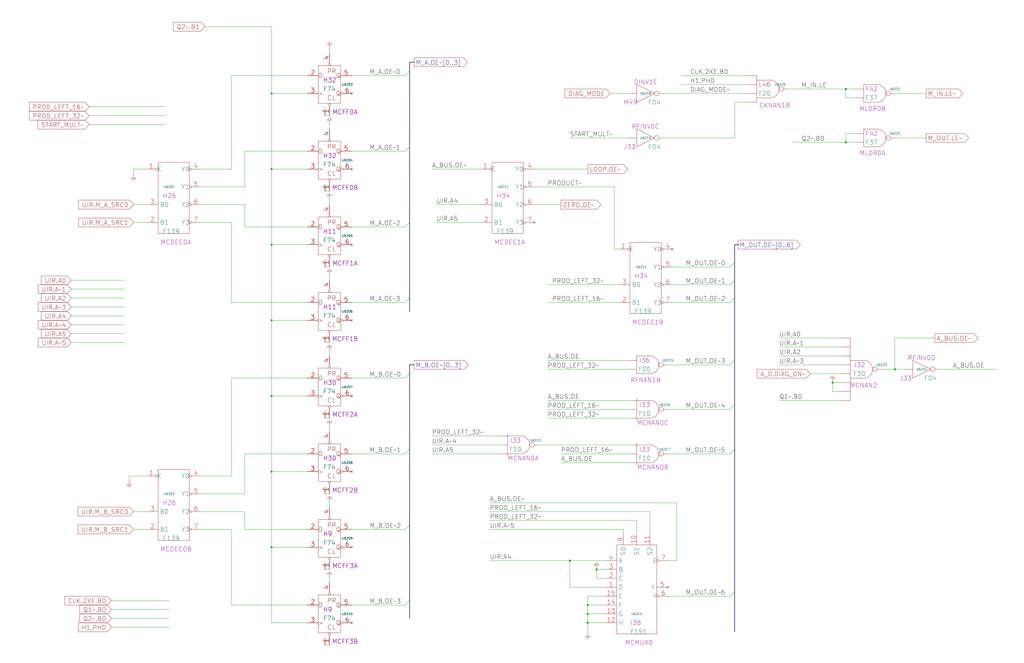
<source format=kicad_sch>
(kicad_sch (version 20211123) (generator eeschema)
  (paper "User" 584.2 378.46)
  (title_block (title "MULTIPLIER CONTROL") (date "22-MAR-90") (rev "1.0") (comment 1 "VALUE") (comment 2 "232-003063") (comment 3 "S400") (comment 4 "RELEASED"))
  (lib_symbols
    (symbol "r1000:F00" (pin_numbers hide) (pin_names hide)
      (property "Reference" "U" (at 15.24 0 0))
      (property "Value" "F00" (at 1.905 -5.08 0))
      (property "Location" "___" (at 1.905 0 0))
      (property "Name" "______" (at 2.54 -12.7 0))
      (symbol "F00_0_1"
        (polyline (pts (xy -2.54 -7.62) (xy 5.08 -7.62)) (stroke (width 0.1524)))
        (polyline (pts (xy -2.54 2.54) (xy -2.54 -7.62)) (stroke (width 0.1524)))
        (polyline (pts (xy -2.54 2.54) (xy 5.08 2.54)) (stroke (width 0.1524)))
        (arc (start 5.08 -7.62) (mid 10.1282 -2.54) (end 5.08 2.54) (stroke (width 0.1524)))
        (circle (center 11.43 -2.54) (radius 1.27) (stroke (width 0.1524)))
      )
      (symbol "F00_0_2"
        (circle (center -3.81 -5.08) (radius 1.27) (stroke (width 0.1524)))
        (circle (center -3.81 0) (radius 1.27) (stroke (width 0.1524)))
        (arc (start -3.175 -7.62) (mid -2.134 -2.54) (end -3.175 2.54) (stroke (width 0.1524)))
        (polyline (pts (xy -3.175 -7.62) (xy 3.81 -7.62)) (stroke (width 0.1524)))
        (polyline (pts (xy -3.175 2.54) (xy 3.81 2.54)) (stroke (width 0.1524)))
        (arc (start 3.81 -7.62) (mid 7.5855 -5.8306) (end 10.16 -2.54) (stroke (width 0.1524)))
        (arc (start 10.16 -2.54) (mid 7.5827 0.7471) (end 3.81 2.54) (stroke (width 0.1524)))
      )
      (symbol "F00_1_1"
        (pin input line (at -7.62 0 0) (length 5.08) (name "D0") (number "1"))
        (pin input line (at -7.62 -5.08 0) (length 5.08) (name "D1") (number "2"))
        (pin output line (at 15.24 -2.54 180) (length 2.54) (name "Q") (number "3"))
      )
      (symbol "F00_1_2"
        (pin input line (at -7.62 0 0) (length 2.54) (name "D0") (number "1"))
        (pin input line (at -7.62 -5.08 0) (length 2.54) (name "D1") (number "2"))
        (pin output line (at 15.24 -2.54 180) (length 5.08) (name "Q") (number "3"))
      )
    )
    (symbol "r1000:F04" (pin_numbers hide) (pin_names hide)
      (property "Reference" "U" (at 0 0 0))
      (property "Value" "F04" (at 1.27 -5.08 0))
      (property "Location" "___" (at -12.7 -5.08 0))
      (property "Name" "______" (at 0 5.08 0))
      (symbol "F04_0_1"
        (polyline (pts (xy -7.62 0) (xy -5.08 0)) (stroke (width 0.1524)))
        (polyline (pts (xy -5.08 5.08) (xy -5.08 -5.08)) (stroke (width 0.1524)))
        (polyline (pts (xy 5.08 0) (xy -5.08 -5.08)) (stroke (width 0.1524)))
        (polyline (pts (xy 5.08 0) (xy -5.08 5.08)) (stroke (width 0.1524)))
        (circle (center 6.35 0) (radius 1.27) (stroke (width 0.1524)))
      )
      (symbol "F04_1_1"
        (pin input line (at -10.16 0 0) (length 2.54) (name "D") (number "1"))
        (pin output line (at 10.16 0 180) (length 2.54) (name "Q") (number "2"))
      )
    )
    (symbol "r1000:F10" (pin_numbers hide) (pin_names hide)
      (property "Reference" "U" (at 13.335 0 0))
      (property "Value" "F10" (at 5.715 -5.08 0))
      (property "Location" "___" (at -1.27 0 0))
      (property "Name" "______" (at -2.54 -10.16 0))
      (symbol "F10_0_1"
        (polyline (pts (xy -2.54 -7.62) (xy 5.08 -7.62)) (stroke (width 0.1524)))
        (polyline (pts (xy -2.54 2.54) (xy 5.08 2.54)) (stroke (width 0.1524)))
        (polyline (pts (xy -2.54 3.81) (xy -2.54 -8.89)) (stroke (width 0.1524)))
        (arc (start 5.08 -7.62) (mid 10.1282 -2.54) (end 5.08 2.54) (stroke (width 0.1524)))
        (circle (center 11.43 -2.54) (radius 1.27) (stroke (width 0.1524)))
      )
      (symbol "F10_0_2"
        (circle (center -3.81 -7.62) (radius 1.27) (stroke (width 0.1524)))
        (circle (center -3.81 2.54) (radius 1.27) (stroke (width 0.1524)))
        (circle (center -3.175 -2.54) (radius 1.27) (stroke (width 0.1524)))
        (arc (start -2.54 -7.62) (mid -1.8195 -2.54) (end -2.54 2.54) (stroke (width 0.1524)))
        (polyline (pts (xy -4.445 -2.54) (xy -5.08 -2.54)) (stroke (width 0.1524)))
        (polyline (pts (xy -2.54 -7.62) (xy 5.08 -7.62)) (stroke (width 0.1524)))
        (polyline (pts (xy -2.54 2.54) (xy 5.08 2.54)) (stroke (width 0.1524)))
        (polyline (pts (xy 10.795 -2.54) (xy 12.7 -2.54)) (stroke (width 0.1524)))
        (arc (start 5.08 -7.62) (mid 8.4845 -5.6954) (end 10.795 -2.54) (stroke (width 0.1524)))
        (arc (start 10.795 -2.54) (mid 8.4807 0.6111) (end 5.08 2.54) (stroke (width 0.1524)))
      )
      (symbol "F10_1_1"
        (pin input line (at -5.08 2.54 0) (length 2.54) (name "D0") (number "1"))
        (pin input line (at -5.08 -2.54 0) (length 2.54) (name "D1") (number "2"))
        (pin input line (at -5.08 -7.62 0) (length 2.54) (name "D2") (number "3"))
        (pin output line (at 15.24 -2.54 180) (length 2.54) (name "Q") (number "4"))
      )
      (symbol "F10_1_2"
        (pin input line (at -5.08 2.54 0) (length 0) (name "D0") (number "1"))
        (pin input line (at -5.08 -2.54 0) (length 0) (name "D1") (number "2"))
        (pin input line (at -5.08 -7.62 0) (length 0) (name "D2") (number "3"))
        (pin output line (at 15.24 -2.54 180) (length 2.54) (name "Q") (number "4"))
      )
    )
    (symbol "r1000:F139" (pin_names (offset 1.016))
      (property "Reference" "U" (at 2.54 5.08 0))
      (property "Value" "F139" (at -1.27 -20.32 0))
      (property "Location" "___" (at -1.27 0 0))
      (property "Name" "______" (at 6.35 -27.94 0))
      (symbol "F139_1_1"
        (circle (center -4.445 15.24) (radius 0.635))
        (rectangle (start -3.81 19.05) (end 13.97 -21.59))
        (circle (center 14.605 -15.24) (radius 0.635))
        (circle (center 14.605 -5.08) (radius 0.635))
        (circle (center 14.605 5.08) (radius 0.635))
        (circle (center 14.605 15.24) (radius 0.635))
        (pin input line (at -10.16 15.24 0) (length 5.08) (name "E") (number "1"))
        (pin input line (at -10.16 -15.24 0) (length 6.35) (name "B1") (number "2"))
        (pin input line (at -10.16 -5.08 0) (length 6.35) (name "B0") (number "3"))
        (pin output line (at 20.32 15.24 180) (length 5.08) (name "Y0") (number "4"))
        (pin output line (at 20.32 5.08 180) (length 5.08) (name "Y1") (number "5"))
        (pin output line (at 20.32 -5.08 180) (length 5.08) (name "Y2") (number "6"))
        (pin output line (at 20.32 -15.24 180) (length 5.08) (name "Y3") (number "7"))
      )
    )
    (symbol "r1000:F151" (pin_names (offset 1.016))
      (property "Reference" "U" (at 2.54 5.08 0))
      (property "Value" "F151" (at -1.27 -5.08 0))
      (property "Location" "___" (at -1.27 0 0))
      (property "Name" "______" (at 3.81 -12.7 0))
      (symbol "F151_1_1"
        (rectangle (start -8.89 44.45) (end 13.97 -6.35))
        (circle (center 14.605 15.24) (radius 0.635))
        (circle (center 14.605 35.56) (radius 0.635))
        (pin input line (at -15.24 20.32 0) (length 6.35) (name "D") (number "1"))
        (pin input line (at 2.54 50.8 270) (length 6.35) (name "S1") (number "10"))
        (pin input line (at 10.16 50.8 270) (length 6.35) (name "S2") (number "11"))
        (pin input line (at -15.24 0 0) (length 6.35) (name "H") (number "12"))
        (pin input line (at -15.24 5.08 0) (length 6.35) (name "G") (number "13"))
        (pin input line (at -15.24 10.16 0) (length 6.35) (name "F") (number "14"))
        (pin input line (at -15.24 15.24 0) (length 6.35) (name "E") (number "15"))
        (pin input line (at -15.24 25.4 0) (length 6.35) (name "C") (number "2"))
        (pin input line (at -15.24 30.48 0) (length 6.35) (name "B") (number "3"))
        (pin input line (at -15.24 35.56 0) (length 6.35) (name "A") (number "4"))
        (pin output line (at 20.32 20.32 180) (length 6.35) (name "Y") (number "5"))
        (pin output line (at 20.32 15.24 180) (length 5.08) (name "Y") (number "6"))
        (pin input line (at 20.32 35.56 180) (length 5.08) (name "E") (number "7"))
        (pin input line (at -5.08 50.8 270) (length 6.35) (name "S0") (number "9"))
      )
    )
    (symbol "r1000:F20" (pin_numbers hide) (pin_names hide)
      (property "Reference" "U" (at 8.255 2.54 0))
      (property "Value" "F20" (at -0.635 -2.54 0))
      (property "Location" "___" (at -0.635 2.54 0))
      (property "Name" "______" (at 5.08 -10.795 0))
      (symbol "F20_0_1"
        (polyline (pts (xy -5.08 -5.08) (xy -5.08 -7.62)) (stroke (width 0.1524)))
        (polyline (pts (xy -5.08 5.08) (xy -5.08 -5.08)) (stroke (width 0.1524)))
        (polyline (pts (xy -5.08 7.62) (xy -5.08 5.08)) (stroke (width 0.1524)))
        (polyline (pts (xy 2.54 -5.08) (xy -5.08 -5.08)) (stroke (width 0.1524)))
        (polyline (pts (xy 2.54 5.08) (xy -5.08 5.08)) (stroke (width 0.1524)))
        (arc (start 2.54 -5.08) (mid 7.5882 0) (end 2.54 5.08) (stroke (width 0.1524)))
        (circle (center 8.89 0) (radius 1.27) (stroke (width 0.1524)))
      )
      (symbol "F20_0_2"
        (circle (center -7.62 -7.62) (radius 1.27) (stroke (width 0.1524)))
        (circle (center -7.62 7.62) (radius 1.27) (stroke (width 0.1524)))
        (circle (center -6.985 -2.54) (radius 1.27) (stroke (width 0.1524)))
        (circle (center -6.985 2.54) (radius 1.27) (stroke (width 0.1524)))
        (arc (start -6.35 -7.62) (mid -5.3975 0) (end -6.35 7.62) (stroke (width 0.1524)))
        (polyline (pts (xy -5.715 -5.08) (xy 1.27 -5.08)) (stroke (width 0.1524)))
        (polyline (pts (xy -5.715 5.08) (xy 1.27 5.08)) (stroke (width 0.1524)))
        (arc (start 1.27 -5.08) (mid 5.0518 -3.2985) (end 7.62 0) (stroke (width 0.1524)))
        (arc (start 7.62 0) (mid 5.0518 3.2985) (end 1.27 5.08) (stroke (width 0.1524)))
      )
      (symbol "F20_1_1"
        (pin input line (at -10.16 7.62 0) (length 5.08) (name "D0") (number "1"))
        (pin input line (at -10.16 2.54 0) (length 5.08) (name "D1") (number "2"))
        (pin input line (at -10.16 -2.54 0) (length 5.08) (name "D2") (number "4"))
        (pin input line (at -10.16 -7.62 0) (length 5.08) (name "D3") (number "5"))
        (pin output line (at 12.7 0 180) (length 2.54) (name "Q") (number "6"))
      )
      (symbol "F20_1_2"
        (pin input line (at -10.16 7.62 0) (length 1.27) (name "D0") (number "1"))
        (pin input line (at -10.16 2.54 0) (length 1.905) (name "D1") (number "2"))
        (pin input line (at -10.16 -2.54 0) (length 1.905) (name "D2") (number "4"))
        (pin input line (at -10.16 -7.62 0) (length 1.27) (name "D3") (number "5"))
        (pin output line (at 12.7 0 180) (length 5.08) (name "Q") (number "6"))
      )
    )
    (symbol "r1000:F30" (pin_numbers hide) (pin_names hide)
      (property "Reference" "U" (at 15.24 2.54 0))
      (property "Value" "F30" (at 2.54 -2.54 0))
      (property "Location" "___" (at 2.54 2.54 0))
      (property "Name" "______" (at 5.08 -10.62 0))
      (symbol "F30_0_0"
        (polyline (pts (xy -2.54 -5.08) (xy 5.08 -5.08)) (stroke (width 0.1524)))
        (polyline (pts (xy -2.54 5.08) (xy 5.08 5.08)) (stroke (width 0.1524)))
        (arc (start 5.08 -5.08) (mid 8.6721 -3.5921) (end 10.16 0) (stroke (width 0.1524)))
        (arc (start 10.16 0) (mid 8.6721 3.5921) (end 5.08 5.08) (stroke (width 0.1524)))
        (circle (center 11.43 0) (radius 1.27) (stroke (width 0.1524)))
      )
      (symbol "F30_0_1"
        (polyline (pts (xy -2.54 -7.62) (xy -2.54 -17.78)) (stroke (width 0.1524)))
        (polyline (pts (xy -2.54 -5.08) (xy -2.54 -7.62)) (stroke (width 0.1524)))
        (polyline (pts (xy -2.54 5.08) (xy -2.54 -5.08)) (stroke (width 0.1524)))
        (polyline (pts (xy -2.54 7.62) (xy -2.54 5.08)) (stroke (width 0.1524)))
        (polyline (pts (xy -2.54 17.145) (xy -2.54 7.62)) (stroke (width 0.1524)))
        (polyline (pts (xy -2.54 17.78) (xy -2.54 17.145)) (stroke (width 0.1524)))
      )
      (symbol "F30_1_1"
        (pin input line (at -7.62 7.62 0) (length 5.08) (name "D0") (number "1"))
        (pin input line (at -7.62 17.78 0) (length 5.08) (name "D1") (number "11"))
        (pin input line (at -7.62 12.7 0) (length 5.08) (name "D2") (number "12"))
        (pin input line (at -7.62 2.54 0) (length 5.08) (name "D3") (number "2"))
        (pin input line (at -7.62 -2.54 0) (length 5.08) (name "D4") (number "3"))
        (pin input line (at -7.62 -7.62 0) (length 5.08) (name "D5") (number "4"))
        (pin input line (at -7.62 -12.7 0) (length 5.08) (name "D6") (number "5"))
        (pin input line (at -7.62 -17.78 0) (length 5.08) (name "D7") (number "6"))
        (pin output line (at 15.24 0 180) (length 2.54) (name "Q") (number "8"))
      )
    )
    (symbol "r1000:F37" (pin_numbers hide) (pin_names (offset 0) hide)
      (property "Reference" "U" (at 15.24 0 0))
      (property "Value" "F37" (at 1.905 -5.08 0))
      (property "Location" "___" (at 1.905 0 0))
      (property "Name" "______" (at 2.54 -12.7 0))
      (symbol "F37_0_1"
        (polyline (pts (xy -2.54 -7.62) (xy 5.08 -7.62)) (stroke (width 0.1524)))
        (polyline (pts (xy -2.54 2.54) (xy -2.54 -7.62)) (stroke (width 0.1524)))
        (polyline (pts (xy -2.54 2.54) (xy 5.08 2.54)) (stroke (width 0.1524)))
        (arc (start 5.08 -7.62) (mid 10.1282 -2.54) (end 5.08 2.54) (stroke (width 0.1524)))
        (circle (center 11.43 -2.54) (radius 1.27) (stroke (width 0.1524)))
      )
      (symbol "F37_0_2"
        (circle (center -3.81 -5.08) (radius 1.27) (stroke (width 0.1524)))
        (circle (center -3.81 0) (radius 1.27) (stroke (width 0.1524)))
        (arc (start -3.175 -7.62) (mid -2.134 -2.54) (end -3.175 2.54) (stroke (width 0.1524)))
        (polyline (pts (xy -3.175 -7.62) (xy 3.81 -7.62)) (stroke (width 0.1524)))
        (polyline (pts (xy -3.175 2.54) (xy 3.81 2.54)) (stroke (width 0.1524)))
        (arc (start 3.81 -7.62) (mid 7.5855 -5.8306) (end 10.16 -2.54) (stroke (width 0.1524)))
        (arc (start 10.16 -2.54) (mid 7.5827 0.7471) (end 3.81 2.54) (stroke (width 0.1524)))
      )
      (symbol "F37_1_1"
        (pin input line (at -7.62 0 0) (length 5.08) (name "D0") (number "1"))
        (pin input line (at -7.62 -5.08 0) (length 5.08) (name "D1") (number "2"))
        (pin output line (at 15.24 -2.54 180) (length 2.54) (name "Q") (number "3"))
      )
      (symbol "F37_1_2"
        (pin input line (at -7.62 0 0) (length 2.54) (name "D0") (number "1"))
        (pin input line (at -7.62 -5.08 0) (length 2.54) (name "D1") (number "2"))
        (pin output line (at 15.24 -2.54 180) (length 5.08) (name "Q") (number "3"))
      )
    )
    (symbol "r1000:F74" (pin_names (offset 1.016) hide)
      (property "Reference" "U" (at 12.7 -2.54 0))
      (property "Value" "F74" (at -1.27 -5.08 0))
      (property "Location" "___" (at -1.27 0 0))
      (property "Name" "______" (at 11.43 -19.685 0))
      (symbol "F74_0_1"
        (rectangle (start -3.81 8.255) (end 8.89 -13.335) (stroke (width 0.1524)))
        (polyline (pts (xy 2.54 -15.24) (xy 2.54 -14.605)) (stroke (width 0.1524)))
        (polyline (pts (xy 2.54 10.16) (xy 2.54 9.525)) (stroke (width 0.1524)))
      )
      (symbol "F74_1_1"
        (circle (center 2.54 -13.97) (radius 0.635))
        (circle (center 2.54 8.89) (radius 0.635))
        (circle (center 9.525 -7.62) (radius 0.635))
        (text ">" (at -2.54 -7.62 0) (effects (font (size 2.54 2.54))))
        (text "C" (at 2.54 -10.16 0) (effects (font (size 2.54 2.54))))
        (text "D" (at -2.54 2.54 0) (effects (font (size 2.54 2.54))))
        (text "L" (at 5.08 -10.16 0) (effects (font (size 2.54 2.54))))
        (text "P" (at 2.54 5.08 0) (effects (font (size 2.54 2.54))))
        (text "Q" (at 7.62 -7.62 0) (effects (font (size 2.54 2.54))))
        (text "Q" (at 7.62 2.54 0) (effects (font (size 2.54 2.54))))
        (text "R" (at 5.08 5.08 0) (effects (font (size 2.54 2.54))))
        (pin input line (at 2.54 -20.32 90) (length 5.08) (name "CL_") (number "1"))
        (pin input line (at -10.16 2.54 0) (length 6.35) (name "D") (number "2"))
        (pin input line (at -10.16 -7.62 0) (length 6.35) (name "CLK") (number "3"))
        (pin input line (at 2.54 15.24 270) (length 5.08) (name "PR_") (number "4"))
        (pin output line (at 15.24 2.54 180) (length 6.35) (name "Q") (number "5"))
        (pin output line (at 15.24 -7.62 180) (length 5.08) (name "Q_") (number "6"))
      )
    )
    (symbol "r1000:PD" (power) (pin_numbers hide) (pin_names hide) (in_bom no)
      (symbol "PD_0_1"
        (polyline (pts (xy 0 -2.54) (xy 1.27 -2.54) (xy 0 -3.81) (xy -1.27 -2.54) (xy 0 -2.54)) (stroke (width 0.1524)))
      )
      (symbol "PD_1_1"
        (pin power_in line (at 0 0 270) (length 2.54) (name "PD") (number "1"))
      )
    )
    (symbol "r1000:PU" (power) (pin_numbers hide) (pin_names hide)
      (symbol "PU_0_1"
        (polyline (pts (xy 0 2.54) (xy -1.27 2.54) (xy 0 3.81) (xy 1.27 2.54) (xy 0 2.54)) (stroke (width 0.1524)))
      )
      (symbol "PU_1_1"
        (pin power_in line (at 0 0 90) (length 2.54) (name "PU") (number "1"))
      )
    )
  )
  (bus (pts (xy 233.68 127) (xy 233.68 170.18)))
  (bus (pts (xy 233.68 170.18) (xy 233.68 177.8)))
  (bus (pts (xy 233.68 208.28) (xy 233.68 213.36)))
  (bus (pts (xy 233.68 208.28) (xy 236.22 208.28)))
  (bus (pts (xy 233.68 213.36) (xy 233.68 256.54)))
  (bus (pts (xy 233.68 256.54) (xy 233.68 299.72)))
  (bus (pts (xy 233.68 299.72) (xy 233.68 342.9)))
  (bus (pts (xy 233.68 342.9) (xy 233.68 353.06)))
  (bus (pts (xy 233.68 35.56) (xy 233.68 40.64)))
  (bus (pts (xy 233.68 35.56) (xy 236.22 35.56)))
  (bus (pts (xy 233.68 40.64) (xy 233.68 83.82)))
  (bus (pts (xy 233.68 83.82) (xy 233.68 127)))
  (bus (pts (xy 419.1 139.7) (xy 419.1 149.86)))
  (bus (pts (xy 419.1 139.7) (xy 421.64 139.7)))
  (bus (pts (xy 419.1 149.86) (xy 419.1 160.02)))
  (bus (pts (xy 419.1 160.02) (xy 419.1 170.18)))
  (bus (pts (xy 419.1 170.18) (xy 419.1 205.74)))
  (bus (pts (xy 419.1 205.74) (xy 419.1 231.14)))
  (bus (pts (xy 419.1 231.14) (xy 419.1 256.54)))
  (bus (pts (xy 419.1 256.54) (xy 419.1 337.82)))
  (bus (pts (xy 419.1 337.82) (xy 419.1 360.68)))
  (wire (pts (xy 114.3 106.68) (xy 139.7 106.68)))
  (wire (pts (xy 114.3 116.84) (xy 139.7 116.84)))
  (wire (pts (xy 114.3 127) (xy 132.08 127)))
  (wire (pts (xy 114.3 271.78) (xy 132.08 271.78)))
  (wire (pts (xy 114.3 281.94) (xy 139.7 281.94)))
  (wire (pts (xy 114.3 292.1) (xy 139.7 292.1)))
  (wire (pts (xy 114.3 302.26) (xy 132.08 302.26)))
  (wire (pts (xy 114.3 96.52) (xy 132.08 96.52)))
  (wire (pts (xy 116.84 15.24) (xy 154.94 15.24)))
  (wire (pts (xy 132.08 127) (xy 132.08 172.72)))
  (wire (pts (xy 132.08 172.72) (xy 175.26 172.72)))
  (wire (pts (xy 132.08 215.9) (xy 175.26 215.9)))
  (wire (pts (xy 132.08 271.78) (xy 132.08 215.9)))
  (wire (pts (xy 132.08 302.26) (xy 132.08 345.44)))
  (wire (pts (xy 132.08 345.44) (xy 175.26 345.44)))
  (wire (pts (xy 132.08 43.18) (xy 175.26 43.18)))
  (wire (pts (xy 132.08 96.52) (xy 132.08 43.18)))
  (wire (pts (xy 139.7 106.68) (xy 139.7 86.36)))
  (wire (pts (xy 139.7 116.84) (xy 139.7 129.54)))
  (wire (pts (xy 139.7 129.54) (xy 175.26 129.54)))
  (wire (pts (xy 139.7 259.08) (xy 175.26 259.08)))
  (wire (pts (xy 139.7 281.94) (xy 139.7 259.08)))
  (wire (pts (xy 139.7 292.1) (xy 139.7 302.26)))
  (wire (pts (xy 139.7 302.26) (xy 175.26 302.26)))
  (wire (pts (xy 139.7 86.36) (xy 175.26 86.36)))
  (wire (pts (xy 154.94 139.7) (xy 154.94 96.52)))
  (wire (pts (xy 154.94 139.7) (xy 175.26 139.7)))
  (wire (pts (xy 154.94 182.88) (xy 154.94 139.7)))
  (wire (pts (xy 154.94 182.88) (xy 175.26 182.88)))
  (wire (pts (xy 154.94 226.06) (xy 154.94 182.88)))
  (wire (pts (xy 154.94 226.06) (xy 175.26 226.06)))
  (wire (pts (xy 154.94 269.24) (xy 154.94 226.06)))
  (wire (pts (xy 154.94 269.24) (xy 175.26 269.24)))
  (wire (pts (xy 154.94 312.42) (xy 154.94 269.24)))
  (wire (pts (xy 154.94 312.42) (xy 175.26 312.42)))
  (wire (pts (xy 154.94 355.6) (xy 154.94 312.42)))
  (wire (pts (xy 154.94 355.6) (xy 175.26 355.6)))
  (wire (pts (xy 154.94 53.34) (xy 154.94 15.24)))
  (wire (pts (xy 154.94 53.34) (xy 175.26 53.34)))
  (wire (pts (xy 154.94 96.52) (xy 154.94 53.34)))
  (wire (pts (xy 154.94 96.52) (xy 175.26 96.52)))
  (wire (pts (xy 185.42 109.22) (xy 187.96 109.22)))
  (wire (pts (xy 185.42 152.4) (xy 187.96 152.4)))
  (wire (pts (xy 185.42 195.58) (xy 187.96 195.58)))
  (wire (pts (xy 185.42 238.76) (xy 187.96 238.76)))
  (wire (pts (xy 185.42 281.94) (xy 187.96 281.94)))
  (wire (pts (xy 185.42 325.12) (xy 187.96 325.12)))
  (wire (pts (xy 185.42 368.3) (xy 187.96 368.3)))
  (wire (pts (xy 185.42 66.04) (xy 187.96 66.04)))
  (wire (pts (xy 187.96 114.3) (xy 187.96 116.84)))
  (wire (pts (xy 187.96 157.48) (xy 187.96 160.02)))
  (wire (pts (xy 187.96 200.66) (xy 187.96 203.2)))
  (wire (pts (xy 187.96 243.84) (xy 187.96 246.38)))
  (wire (pts (xy 187.96 27.94) (xy 187.96 30.48)))
  (wire (pts (xy 187.96 287.02) (xy 187.96 289.56)))
  (wire (pts (xy 187.96 330.2) (xy 187.96 332.74)))
  (wire (pts (xy 187.96 71.12) (xy 187.96 73.66)))
  (wire (pts (xy 200.66 129.54) (xy 231.14 129.54)))
  (wire (pts (xy 200.66 172.72) (xy 231.14 172.72)))
  (wire (pts (xy 200.66 215.9) (xy 231.14 215.9)))
  (wire (pts (xy 200.66 259.08) (xy 231.14 259.08)))
  (wire (pts (xy 200.66 302.26) (xy 231.14 302.26)))
  (wire (pts (xy 200.66 345.44) (xy 231.14 345.44)))
  (wire (pts (xy 200.66 43.18) (xy 231.14 43.18)))
  (wire (pts (xy 200.66 86.36) (xy 231.14 86.36)))
  (wire (pts (xy 246.38 248.92) (xy 287.02 248.92)))
  (wire (pts (xy 246.38 254) (xy 287.02 254)))
  (wire (pts (xy 246.38 259.08) (xy 287.02 259.08)))
  (wire (pts (xy 246.38 96.52) (xy 274.32 96.52)))
  (wire (pts (xy 248.92 116.84) (xy 274.32 116.84)))
  (wire (pts (xy 248.92 127) (xy 274.32 127)))
  (wire (pts (xy 279.4 287.02) (xy 386.08 287.02)))
  (wire (pts (xy 279.4 292.1) (xy 370.84 292.1)))
  (wire (pts (xy 279.4 297.18) (xy 363.22 297.18)))
  (wire (pts (xy 279.4 302.26) (xy 355.6 302.26)))
  (wire (pts (xy 279.4 320.04) (xy 325.12 320.04)))
  (wire (pts (xy 304.8 106.68) (xy 350.52 106.68)))
  (wire (pts (xy 304.8 116.84) (xy 320.04 116.84)))
  (wire (pts (xy 304.8 96.52) (xy 335.28 96.52)))
  (wire (pts (xy 307.34 254) (xy 360.68 254)))
  (wire (pts (xy 312.42 162.56) (xy 353.06 162.56)))
  (wire (pts (xy 312.42 172.72) (xy 353.06 172.72)))
  (wire (pts (xy 312.42 205.74) (xy 358.14 205.74)))
  (wire (pts (xy 312.42 210.82) (xy 358.14 210.82)))
  (wire (pts (xy 312.42 228.6) (xy 360.68 228.6)))
  (wire (pts (xy 312.42 233.68) (xy 360.68 233.68)))
  (wire (pts (xy 312.42 238.76) (xy 360.68 238.76)))
  (wire (pts (xy 320.04 259.08) (xy 360.68 259.08)))
  (wire (pts (xy 320.04 264.16) (xy 360.68 264.16)))
  (wire (pts (xy 325.12 320.04) (xy 345.44 320.04)))
  (wire (pts (xy 325.12 335.28) (xy 325.12 320.04)))
  (wire (pts (xy 325.12 78.74) (xy 358.14 78.74)))
  (wire (pts (xy 335.28 340.36) (xy 335.28 345.44)))
  (wire (pts (xy 335.28 345.44) (xy 335.28 350.52)))
  (wire (pts (xy 335.28 345.44) (xy 345.44 345.44)))
  (wire (pts (xy 335.28 350.52) (xy 335.28 355.6)))
  (wire (pts (xy 335.28 350.52) (xy 345.44 350.52)))
  (wire (pts (xy 335.28 355.6) (xy 335.28 360.68)))
  (wire (pts (xy 335.28 355.6) (xy 345.44 355.6)))
  (wire (pts (xy 340.36 325.12) (xy 345.44 325.12)))
  (wire (pts (xy 340.36 330.2) (xy 340.36 325.12)))
  (wire (pts (xy 345.44 330.2) (xy 340.36 330.2)))
  (wire (pts (xy 345.44 335.28) (xy 325.12 335.28)))
  (wire (pts (xy 345.44 340.36) (xy 335.28 340.36)))
  (wire (pts (xy 347.98 53.34) (xy 358.14 53.34)))
  (wire (pts (xy 350.52 106.68) (xy 350.52 142.24)))
  (wire (pts (xy 350.52 142.24) (xy 353.06 142.24)))
  (wire (pts (xy 355.6 302.26) (xy 355.6 304.8)))
  (wire (pts (xy 363.22 297.18) (xy 363.22 304.8)))
  (wire (pts (xy 370.84 292.1) (xy 370.84 304.8)))
  (wire (pts (xy 378.46 53.34) (xy 426.72 53.34)))
  (wire (pts (xy 378.46 78.74) (xy 419.1 78.74)))
  (wire (pts (xy 381 208.28) (xy 416.56 208.28)))
  (wire (pts (xy 381 233.68) (xy 416.56 233.68)))
  (wire (pts (xy 381 259.08) (xy 416.56 259.08)))
  (wire (pts (xy 381 340.36) (xy 416.56 340.36)))
  (wire (pts (xy 383.54 152.4) (xy 416.56 152.4)))
  (wire (pts (xy 383.54 162.56) (xy 416.56 162.56)))
  (wire (pts (xy 383.54 172.72) (xy 416.56 172.72)))
  (wire (pts (xy 386.08 287.02) (xy 386.08 320.04)))
  (wire (pts (xy 386.08 320.04) (xy 381 320.04)))
  (wire (pts (xy 388.62 43.18) (xy 426.72 43.18)))
  (wire (pts (xy 388.62 48.26) (xy 426.72 48.26)))
  (wire (pts (xy 40.64 160.02) (xy 71.12 160.02)))
  (wire (pts (xy 40.64 165.1) (xy 71.12 165.1)))
  (wire (pts (xy 40.64 170.18) (xy 71.12 170.18)))
  (wire (pts (xy 40.64 175.26) (xy 71.12 175.26)))
  (wire (pts (xy 40.64 180.34) (xy 71.12 180.34)))
  (wire (pts (xy 40.64 185.42) (xy 71.12 185.42)))
  (wire (pts (xy 40.64 190.5) (xy 71.12 190.5)))
  (wire (pts (xy 40.64 195.58) (xy 71.12 195.58)))
  (wire (pts (xy 419.1 58.42) (xy 426.72 58.42)))
  (wire (pts (xy 419.1 78.74) (xy 419.1 58.42)))
  (wire (pts (xy 444.5 193.04) (xy 480.06 193.04)))
  (wire (pts (xy 444.5 198.12) (xy 480.06 198.12)))
  (wire (pts (xy 444.5 203.2) (xy 480.06 203.2)))
  (wire (pts (xy 444.5 208.28) (xy 480.06 208.28)))
  (wire (pts (xy 444.5 228.6) (xy 480.06 228.6)))
  (wire (pts (xy 449.58 50.8) (xy 482.6 50.8)))
  (wire (pts (xy 452.12 81.28) (xy 482.6 81.28)))
  (wire (pts (xy 462.28 213.36) (xy 480.06 213.36)))
  (wire (pts (xy 474.98 218.44) (xy 480.06 218.44)))
  (wire (pts (xy 474.98 223.52) (xy 474.98 218.44)))
  (wire (pts (xy 480.06 223.52) (xy 474.98 223.52)))
  (wire (pts (xy 482.6 50.8) (xy 487.68 50.8)))
  (wire (pts (xy 482.6 55.88) (xy 482.6 50.8)))
  (wire (pts (xy 482.6 76.2) (xy 482.6 81.28)))
  (wire (pts (xy 482.6 81.28) (xy 487.68 81.28)))
  (wire (pts (xy 487.68 55.88) (xy 482.6 55.88)))
  (wire (pts (xy 487.68 76.2) (xy 482.6 76.2)))
  (wire (pts (xy 50.8 60.96) (xy 93.98 60.96)))
  (wire (pts (xy 50.8 66.04) (xy 93.98 66.04)))
  (wire (pts (xy 50.8 71.12) (xy 93.98 71.12)))
  (wire (pts (xy 502.92 210.82) (xy 510.54 210.82)))
  (wire (pts (xy 510.54 193.04) (xy 510.54 210.82)))
  (wire (pts (xy 510.54 210.82) (xy 515.62 210.82)))
  (wire (pts (xy 510.54 53.34) (xy 528.32 53.34)))
  (wire (pts (xy 510.54 78.74) (xy 528.32 78.74)))
  (wire (pts (xy 533.4 193.04) (xy 510.54 193.04)))
  (wire (pts (xy 535.94 210.82) (xy 568.96 210.82)))
  (wire (pts (xy 63.5 342.9) (xy 96.52 342.9)))
  (wire (pts (xy 63.5 347.98) (xy 96.52 347.98)))
  (wire (pts (xy 63.5 353.06) (xy 96.52 353.06)))
  (wire (pts (xy 63.5 358.14) (xy 96.52 358.14)))
  (wire (pts (xy 73.66 271.78) (xy 83.82 271.78)))
  (wire (pts (xy 73.66 274.32) (xy 73.66 271.78)))
  (wire (pts (xy 76.2 116.84) (xy 83.82 116.84)))
  (wire (pts (xy 76.2 127) (xy 83.82 127)))
  (wire (pts (xy 76.2 292.1) (xy 83.82 292.1)))
  (wire (pts (xy 76.2 302.26) (xy 83.82 302.26)))
  (wire (pts (xy 76.2 96.52) (xy 83.82 96.52)))
  (wire (pts (xy 76.2 99.06) (xy 76.2 96.52)))
  (global_label "UIR.A0" (shape input) (at 40.64 160.02 180) (effects (font (size 2.54 2.54))) (property "Intersheet References" "${INTERSHEET_REFS}" (at 23.5978 159.8613 0) (effects (font (size 2.54 2.54)) (justify right))))
  (global_label "UIR.A~1" (shape input) (at 40.64 165.1 180) (effects (font (size 2.54 2.54))) (property "Intersheet References" "${INTERSHEET_REFS}" (at 21.7835 164.9413 0) (effects (font (size 2.54 2.54)) (justify right))))
  (global_label "UIR.A2" (shape input) (at 40.64 170.18 180) (effects (font (size 2.54 2.54))) (property "Intersheet References" "${INTERSHEET_REFS}" (at 23.5978 170.0213 0) (effects (font (size 2.54 2.54)) (justify right))))
  (global_label "UIR.A~3" (shape input) (at 40.64 175.26 180) (effects (font (size 2.54 2.54))) (property "Intersheet References" "${INTERSHEET_REFS}" (at 21.7835 175.1013 0) (effects (font (size 2.54 2.54)) (justify right))))
  (global_label "UIR.A4" (shape input) (at 40.64 180.34 180) (effects (font (size 2.54 2.54))) (property "Intersheet References" "${INTERSHEET_REFS}" (at 23.5978 180.1813 0) (effects (font (size 2.54 2.54)) (justify right))))
  (global_label "UIR.A~4" (shape input) (at 40.64 185.42 180) (effects (font (size 2.54 2.54))) (property "Intersheet References" "${INTERSHEET_REFS}" (at 21.7835 185.2613 0) (effects (font (size 2.54 2.54)) (justify right))))
  (global_label "UIR.A5" (shape input) (at 40.64 190.5 180) (effects (font (size 2.54 2.54))) (property "Intersheet References" "${INTERSHEET_REFS}" (at 23.5978 190.3413 0) (effects (font (size 2.54 2.54)) (justify right))))
  (global_label "UIR.A~5" (shape input) (at 40.64 195.58 180) (effects (font (size 2.54 2.54))) (property "Intersheet References" "${INTERSHEET_REFS}" (at 21.7835 195.4213 0) (effects (font (size 2.54 2.54)) (justify right))))
  (global_label "PROD_LEFT_16~" (shape input) (at 50.8 60.96 180) (effects (font (size 2.54 2.54))) (property "Intersheet References" "${INTERSHEET_REFS}" (at 16.7035 60.8013 0) (effects (font (size 2.54 2.54)) (justify right))))
  (global_label "PROD_LEFT_32~" (shape input) (at 50.8 66.04 180) (effects (font (size 2.54 2.54))) (property "Intersheet References" "${INTERSHEET_REFS}" (at 16.7035 65.8813 0) (effects (font (size 2.54 2.54)) (justify right))))
  (global_label "START_MULT~" (shape input) (at 50.8 71.12 180) (effects (font (size 2.54 2.54))) (property "Intersheet References" "${INTERSHEET_REFS}" (at 21.6626 70.9613 0) (effects (font (size 2.54 2.54)) (justify right))))
  (global_label "CLK.2XE.B0" (shape input) (at 63.5 342.9 180) (effects (font (size 2.54 2.54))) (property "Intersheet References" "${INTERSHEET_REFS}" (at 37.0235 342.7413 0) (effects (font (size 2.54 2.54)) (justify right))))
  (global_label "Q1~.B0" (shape input) (at 63.5 347.98 180) (effects (font (size 2.54 2.54))) (property "Intersheet References" "${INTERSHEET_REFS}" (at 45.6111 347.8213 0) (effects (font (size 2.54 2.54)) (justify right))))
  (global_label "Q2~.B0" (shape input) (at 63.5 353.06 180) (effects (font (size 2.54 2.54))) (property "Intersheet References" "${INTERSHEET_REFS}" (at 45.6111 352.9013 0) (effects (font (size 2.54 2.54)) (justify right))))
  (global_label "H1.PHD" (shape input) (at 63.5 358.14 180) (effects (font (size 2.54 2.54))) (property "Intersheet References" "${INTERSHEET_REFS}" (at 44.6435 357.9813 0) (effects (font (size 2.54 2.54)) (justify right))))
  (symbol (lib_id "r1000:PD") (at 73.66 274.32 0) (unit 1) (in_bom no)
    (property "Reference" "#PWR06202" (effects hide))
    (property "Value" "PD" (effects hide))
  )
  (symbol (lib_id "r1000:PD") (at 76.2 99.06 0) (unit 1) (in_bom no)
    (property "Reference" "#PWR06201" (effects hide))
    (property "Value" "PD" (effects hide))
  )
  (global_label "UIR.M_A_SRC0" (shape input) (at 76.2 116.84 180) (effects (font (size 2.54 2.54))) (property "Intersheet References" "${INTERSHEET_REFS}" (at 45.6111 116.6813 0) (effects (font (size 2.54 2.54)) (justify right))))
  (global_label "UIR.M_A_SRC1" (shape input) (at 76.2 127 180) (effects (font (size 2.54 2.54))) (property "Intersheet References" "${INTERSHEET_REFS}" (at 45.6111 126.8413 0) (effects (font (size 2.54 2.54)) (justify right))))
  (global_label "UIR.M_B_SRC0" (shape input) (at 76.2 292.1 180) (effects (font (size 2.54 2.54))) (property "Intersheet References" "${INTERSHEET_REFS}" (at 44.5226 291.9413 0) (effects (font (size 2.54 2.54)) (justify right))))
  (global_label "UIR.M_B_SRC1" (shape input) (at 76.2 302.26 180) (effects (font (size 2.54 2.54))) (property "Intersheet References" "${INTERSHEET_REFS}" (at 44.5226 302.1013 0) (effects (font (size 2.54 2.54)) (justify right))))
  (symbol (lib_id "r1000:F139") (at 93.98 111.76 0) (unit 1)
    (property "Reference" "U6201" (at 96.52 106.68 0))
    (property "Value" "F139" (at 92.71 132.08 0) (effects (font (size 2.54 2.54)) (justify left)))
    (property "Location" "H26" (at 92.71 111.76 0) (effects (font (size 2.54 2.54)) (justify left)))
    (property "Name" "MCDEC0A" (at 100.33 139.7 0) (effects (font (size 2.54 2.54)) (justify bottom)))
  )
  (symbol (lib_id "r1000:F139") (at 93.98 287.02 0) (unit 1)
    (property "Reference" "U6202" (at 96.52 281.94 0))
    (property "Value" "F139" (at 92.71 307.34 0) (effects (font (size 2.54 2.54)) (justify left)))
    (property "Location" "H26" (at 92.71 287.02 0) (effects (font (size 2.54 2.54)) (justify left)))
    (property "Name" "MCDEC0B" (at 100.33 314.96 0) (effects (font (size 2.54 2.54)) (justify bottom)))
  )
  (global_label "Q2~.B1" (shape input) (at 116.84 15.24 180) (effects (font (size 2.54 2.54))) (property "Intersheet References" "${INTERSHEET_REFS}" (at 98.9511 15.0813 0) (effects (font (size 2.54 2.54)) (justify right))))
  (junction (at 154.94 53.34))
  (junction (at 154.94 96.52))
  (junction (at 154.94 139.7))
  (junction (at 154.94 182.88))
  (junction (at 154.94 226.06))
  (junction (at 154.94 269.24))
  (junction (at 154.94 312.42))
  (symbol (lib_id "r1000:F74") (at 185.42 45.72 0) (unit 1)
    (property "Reference" "U6203" (at 198.12 48.26 0))
    (property "Value" "F74" (at 184.15 50.8 0) (effects (font (size 2.54 2.54)) (justify left)))
    (property "Location" "H32" (at 184.15 45.72 0) (effects (font (size 2.54 2.54)) (justify left)))
    (property "Name" "MCFF0A" (at 196.85 65.405 0) (effects (font (size 2.54 2.54)) (justify bottom)))
  )
  (symbol (lib_id "r1000:PU") (at 185.42 66.04 0) (unit 1)
    (property "Reference" "#PWR06203" (effects hide))
    (property "Value" "PU" (effects hide))
  )
  (symbol (lib_id "r1000:F74") (at 185.42 88.9 0) (unit 1)
    (property "Reference" "U6204" (at 198.12 91.44 0))
    (property "Value" "F74" (at 184.15 93.98 0) (effects (font (size 2.54 2.54)) (justify left)))
    (property "Location" "H32" (at 184.15 88.9 0) (effects (font (size 2.54 2.54)) (justify left)))
    (property "Name" "MCFF0B" (at 196.85 108.585 0) (effects (font (size 2.54 2.54)) (justify bottom)))
  )
  (symbol (lib_id "r1000:PU") (at 185.42 109.22 0) (unit 1)
    (property "Reference" "#PWR06204" (effects hide))
    (property "Value" "PU" (effects hide))
  )
  (symbol (lib_id "r1000:F74") (at 185.42 132.08 0) (unit 1)
    (property "Reference" "U6205" (at 198.12 134.62 0))
    (property "Value" "F74" (at 184.15 137.16 0) (effects (font (size 2.54 2.54)) (justify left)))
    (property "Location" "H11" (at 184.15 132.08 0) (effects (font (size 2.54 2.54)) (justify left)))
    (property "Name" "MCFF1A" (at 196.85 151.765 0) (effects (font (size 2.54 2.54)) (justify bottom)))
  )
  (symbol (lib_id "r1000:PU") (at 185.42 152.4 0) (unit 1)
    (property "Reference" "#PWR06205" (effects hide))
    (property "Value" "PU" (effects hide))
  )
  (symbol (lib_id "r1000:F74") (at 185.42 175.26 0) (unit 1)
    (property "Reference" "U6206" (at 198.12 177.8 0))
    (property "Value" "F74" (at 184.15 180.34 0) (effects (font (size 2.54 2.54)) (justify left)))
    (property "Location" "H11" (at 184.15 175.26 0) (effects (font (size 2.54 2.54)) (justify left)))
    (property "Name" "MCFF1B" (at 196.85 194.945 0) (effects (font (size 2.54 2.54)) (justify bottom)))
  )
  (symbol (lib_id "r1000:PU") (at 185.42 195.58 0) (unit 1)
    (property "Reference" "#PWR06206" (effects hide))
    (property "Value" "PU" (effects hide))
  )
  (symbol (lib_id "r1000:F74") (at 185.42 218.44 0) (unit 1)
    (property "Reference" "U6207" (at 198.12 220.98 0))
    (property "Value" "F74" (at 184.15 223.52 0) (effects (font (size 2.54 2.54)) (justify left)))
    (property "Location" "H30" (at 184.15 218.44 0) (effects (font (size 2.54 2.54)) (justify left)))
    (property "Name" "MCFF2A" (at 196.85 238.125 0) (effects (font (size 2.54 2.54)) (justify bottom)))
  )
  (symbol (lib_id "r1000:PU") (at 185.42 238.76 0) (unit 1)
    (property "Reference" "#PWR06207" (effects hide))
    (property "Value" "PU" (effects hide))
  )
  (symbol (lib_id "r1000:F74") (at 185.42 261.62 0) (unit 1)
    (property "Reference" "U6208" (at 198.12 264.16 0))
    (property "Value" "F74" (at 184.15 266.7 0) (effects (font (size 2.54 2.54)) (justify left)))
    (property "Location" "H30" (at 184.15 261.62 0) (effects (font (size 2.54 2.54)) (justify left)))
    (property "Name" "MCFF2B" (at 196.85 281.305 0) (effects (font (size 2.54 2.54)) (justify bottom)))
  )
  (symbol (lib_id "r1000:PU") (at 185.42 281.94 0) (unit 1)
    (property "Reference" "#PWR06208" (effects hide))
    (property "Value" "PU" (effects hide))
  )
  (symbol (lib_id "r1000:F74") (at 185.42 304.8 0) (unit 1)
    (property "Reference" "U6209" (at 198.12 307.34 0))
    (property "Value" "F74" (at 184.15 309.88 0) (effects (font (size 2.54 2.54)) (justify left)))
    (property "Location" "H9" (at 184.15 304.8 0) (effects (font (size 2.54 2.54)) (justify left)))
    (property "Name" "MCFF3A" (at 196.85 324.485 0) (effects (font (size 2.54 2.54)) (justify bottom)))
  )
  (symbol (lib_id "r1000:PU") (at 185.42 325.12 0) (unit 1)
    (property "Reference" "#PWR06209" (effects hide))
    (property "Value" "PU" (effects hide))
  )
  (symbol (lib_id "r1000:F74") (at 185.42 347.98 0) (unit 1)
    (property "Reference" "U6210" (at 198.12 350.52 0))
    (property "Value" "F74" (at 184.15 353.06 0) (effects (font (size 2.54 2.54)) (justify left)))
    (property "Location" "H9" (at 184.15 347.98 0) (effects (font (size 2.54 2.54)) (justify left)))
    (property "Name" "MCFF3B" (at 196.85 367.665 0) (effects (font (size 2.54 2.54)) (justify bottom)))
  )
  (symbol (lib_id "r1000:PU") (at 185.42 368.3 0) (unit 1)
    (property "Reference" "#PWR06210" (effects hide))
    (property "Value" "PU" (effects hide))
  )
  (symbol (lib_id "r1000:PU") (at 187.96 27.94 0) (unit 1)
    (property "Reference" "#PWR06211" (effects hide))
    (property "Value" "PU" (effects hide))
  )
  (symbol (lib_id "r1000:PU") (at 187.96 71.12 0) (unit 1)
    (property "Reference" "#PWR06212" (effects hide))
    (property "Value" "PU" (effects hide))
  )
  (symbol (lib_id "r1000:PU") (at 187.96 114.3 0) (unit 1)
    (property "Reference" "#PWR06213" (effects hide))
    (property "Value" "PU" (effects hide))
  )
  (symbol (lib_id "r1000:PU") (at 187.96 157.48 0) (unit 1)
    (property "Reference" "#PWR06214" (effects hide))
    (property "Value" "PU" (effects hide))
  )
  (symbol (lib_id "r1000:PU") (at 187.96 200.66 0) (unit 1)
    (property "Reference" "#PWR06215" (effects hide))
    (property "Value" "PU" (effects hide))
  )
  (symbol (lib_id "r1000:PU") (at 187.96 243.84 0) (unit 1)
    (property "Reference" "#PWR06216" (effects hide))
    (property "Value" "PU" (effects hide))
  )
  (symbol (lib_id "r1000:PU") (at 187.96 287.02 0) (unit 1)
    (property "Reference" "#PWR06217" (effects hide))
    (property "Value" "PU" (effects hide))
  )
  (symbol (lib_id "r1000:PU") (at 187.96 330.2 0) (unit 1)
    (property "Reference" "#PWR06218" (effects hide))
    (property "Value" "PU" (effects hide))
  )
  (no_connect (at 200.66 53.34))
  (no_connect (at 200.66 96.52))
  (no_connect (at 200.66 139.7))
  (no_connect (at 200.66 182.88))
  (no_connect (at 200.66 226.06))
  (no_connect (at 200.66 269.24))
  (no_connect (at 200.66 312.42))
  (no_connect (at 200.66 355.6))
  (label "M_A.OE~0" (at 210.82 43.18 0) (effects (font (size 2.54 2.54))))
  (label "M_A.OE~1" (at 210.82 86.36 0) (effects (font (size 2.54 2.54))))
  (label "M_A.OE~2" (at 210.82 129.54 0) (effects (font (size 2.54 2.54))))
  (label "M_A.OE~3" (at 210.82 172.72 0) (effects (font (size 2.54 2.54))))
  (label "M_B.OE~0" (at 210.82 215.9 0) (effects (font (size 2.54 2.54))))
  (label "M_B.OE~1" (at 210.82 259.08 0) (effects (font (size 2.54 2.54))))
  (label "M_B.OE~2" (at 210.82 302.26 0) (effects (font (size 2.54 2.54))))
  (label "M_B.OE~3" (at 210.82 345.44 0) (effects (font (size 2.54 2.54))))
  (bus_entry (at 233.68 40.64) (size -2.54 2.54))
  (bus_entry (at 233.68 83.82) (size -2.54 2.54))
  (bus_entry (at 233.68 127) (size -2.54 2.54))
  (bus_entry (at 233.68 170.18) (size -2.54 2.54))
  (bus_entry (at 233.68 213.36) (size -2.54 2.54))
  (bus_entry (at 233.68 256.54) (size -2.54 2.54))
  (bus_entry (at 233.68 299.72) (size -2.54 2.54))
  (bus_entry (at 233.68 342.9) (size -2.54 2.54))
  (global_label "M_A.OE~[0..3]" (shape output) (at 236.22 35.56 0) (effects (font (size 2.54 2.54))) (property "Intersheet References" "${INTERSHEET_REFS}" (at 266.6879 35.4013 0) (effects (font (size 2.54 2.54)) (justify left))))
  (global_label "M_B.OE~[0..3]" (shape output) (at 236.22 208.28 0) (effects (font (size 2.54 2.54))) (property "Intersheet References" "${INTERSHEET_REFS}" (at 267.0508 208.1213 0) (effects (font (size 2.54 2.54)) (justify left))))
  (label "A_BUS.OE~" (at 246.38 96.52 0) (effects (font (size 2.54 2.54))))
  (label "PROD_LEFT_32~" (at 246.38 248.92 0) (effects (font (size 2.54 2.54))))
  (label "UIR.A~4" (at 246.38 254 0) (effects (font (size 2.54 2.54))))
  (label "UIR.A5" (at 246.38 259.08 0) (effects (font (size 2.54 2.54))))
  (label "UIR.A4" (at 248.92 116.84 0) (effects (font (size 2.54 2.54))))
  (label "UIR.A5" (at 248.92 127 0) (effects (font (size 2.54 2.54))))
  (label "A_BUS.OE~" (at 279.4 287.02 0) (effects (font (size 2.54 2.54))))
  (label "PROD_LEFT_16~" (at 279.4 292.1 0) (effects (font (size 2.54 2.54))))
  (label "PROD_LEFT_32~" (at 279.4 297.18 0) (effects (font (size 2.54 2.54))))
  (label "UIR.A~5" (at 279.4 302.26 0) (effects (font (size 2.54 2.54))))
  (label "UIR.A4" (at 279.4 320.04 0) (effects (font (size 2.54 2.54))))
  (symbol (lib_id "r1000:F139") (at 284.48 111.76 0) (unit 1)
    (property "Reference" "U6211" (at 287.02 106.68 0))
    (property "Value" "F139" (at 283.21 132.08 0) (effects (font (size 2.54 2.54)) (justify left)))
    (property "Location" "H34" (at 283.21 111.76 0) (effects (font (size 2.54 2.54)) (justify left)))
    (property "Name" "MCDEC1A" (at 290.83 139.7 0) (effects (font (size 2.54 2.54)) (justify bottom)))
  )
  (symbol (lib_id "r1000:F10") (at 292.1 251.46 0) (unit 1)
    (property "Reference" "U6212" (at 305.435 251.46 0))
    (property "Value" "F10" (at 297.815 256.54 0) (effects (font (size 2.54 2.54)) (justify right)))
    (property "Location" "I33" (at 290.83 251.46 0) (effects (font (size 2.54 2.54)) (justify left)))
    (property "Name" "MCNAN0A" (at 289.56 261.62 0) (effects (font (size 2.54 2.54)) (justify left)))
  )
  (no_connect (at 304.8 127))
  (label "PRODUCT~" (at 312.42 106.68 0) (effects (font (size 2.54 2.54))))
  (label "A_BUS.OE" (at 312.42 205.74 0) (effects (font (size 2.54 2.54))))
  (label "PROD_LEFT_32~" (at 312.42 210.82 0) (effects (font (size 2.54 2.54))))
  (label "A_BUS.OE" (at 312.42 228.6 0) (effects (font (size 2.54 2.54))))
  (label "PROD_LEFT_16~" (at 312.42 233.68 0) (effects (font (size 2.54 2.54))))
  (label "PROD_LEFT_32~" (at 312.42 238.76 0) (effects (font (size 2.54 2.54))))
  (label "PROD_LEFT_32~" (at 314.96 162.56 0) (effects (font (size 2.54 2.54))))
  (label "PROD_LEFT_16~" (at 314.96 172.72 0) (effects (font (size 2.54 2.54))))
  (global_label "ZERO.OE~" (shape output) (at 320.04 116.84 0) (effects (font (size 2.54 2.54))) (property "Intersheet References" "${INTERSHEET_REFS}" (at 342.767 116.6813 0) (effects (font (size 2.54 2.54)) (justify left))))
  (label "PROD_LEFT_16~" (at 320.04 259.08 0) (effects (font (size 2.54 2.54))))
  (label "A_BUS.OE" (at 320.04 264.16 0) (effects (font (size 2.54 2.54))))
  (label "START_MULT~" (at 325.12 78.74 0) (effects (font (size 2.54 2.54))))
  (junction (at 325.12 320.04))
  (global_label "LOOP.OE~" (shape output) (at 335.28 96.52 0) (effects (font (size 2.54 2.54))) (property "Intersheet References" "${INTERSHEET_REFS}" (at 358.007 96.3613 0) (effects (font (size 2.54 2.54)) (justify left))))
  (junction (at 335.28 345.44))
  (junction (at 335.28 350.52))
  (junction (at 335.28 355.6))
  (symbol (lib_id "r1000:PD") (at 335.28 360.68 0) (unit 1) (in_bom no)
    (property "Reference" "#PWR06219" (effects hide))
    (property "Value" "PD" (effects hide))
  )
  (junction (at 340.36 325.12))
  (symbol (lib_id "r1000:PU") (at 340.36 325.12 0) (unit 1)
    (property "Reference" "#PWR06220" (effects hide))
    (property "Value" "PU" (effects hide))
  )
  (global_label "DIAG_MODE" (shape input) (at 347.98 53.34 180) (effects (font (size 2.54 2.54))) (property "Intersheet References" "${INTERSHEET_REFS}" (at 322.3502 53.1813 0) (effects (font (size 2.54 2.54)) (justify right))))
  (symbol (lib_id "r1000:F151") (at 360.68 355.6 0) (unit 1)
    (property "Reference" "U6213" (at 363.22 350.52 0))
    (property "Value" "F151" (at 359.41 360.68 0) (effects (font (size 2.54 2.54)) (justify left)))
    (property "Location" "I38" (at 359.41 355.6 0) (effects (font (size 2.54 2.54)) (justify left)))
    (property "Name" "MCMUX0" (at 364.49 368.3 0) (effects (font (size 2.54 2.54)) (justify bottom)))
  )
  (symbol (lib_id "r1000:F139") (at 363.22 157.48 0) (unit 1)
    (property "Reference" "U6214" (at 365.76 152.4 0))
    (property "Value" "F139" (at 361.95 177.8 0) (effects (font (size 2.54 2.54)) (justify left)))
    (property "Location" "H34" (at 361.95 157.48 0) (effects (font (size 2.54 2.54)) (justify left)))
    (property "Name" "MCDEC1B" (at 369.57 185.42 0) (effects (font (size 2.54 2.54)) (justify bottom)))
  )
  (symbol (lib_id "r1000:F00") (at 365.76 205.74 0) (unit 1)
    (property "Reference" "U6215" (at 381 205.74 0))
    (property "Value" "F00" (at 367.665 210.82 0) (effects (font (size 2.54 2.54))))
    (property "Location" "I36" (at 367.665 205.74 0) (effects (font (size 2.54 2.54))))
    (property "Name" "RFNAN1B" (at 368.3 218.44 0) (effects (font (size 2.54 2.54)) (justify bottom)))
  )
  (symbol (lib_id "r1000:F10") (at 365.76 231.14 0) (unit 1)
    (property "Reference" "U6216" (at 379.095 231.14 0))
    (property "Value" "F10" (at 371.475 236.22 0) (effects (font (size 2.54 2.54)) (justify right)))
    (property "Location" "I33" (at 364.49 231.14 0) (effects (font (size 2.54 2.54)) (justify left)))
    (property "Name" "MCNAN0C" (at 363.22 241.3 0) (effects (font (size 2.54 2.54)) (justify left)))
  )
  (symbol (lib_id "r1000:F10") (at 365.76 256.54 0) (unit 1)
    (property "Reference" "U6217" (at 379.095 256.54 0))
    (property "Value" "F10" (at 371.475 261.62 0) (effects (font (size 2.54 2.54)) (justify right)))
    (property "Location" "I33" (at 364.49 256.54 0) (effects (font (size 2.54 2.54)) (justify left)))
    (property "Name" "MCNAN0B" (at 363.22 266.7 0) (effects (font (size 2.54 2.54)) (justify left)))
  )
  (symbol (lib_id "r1000:F04") (at 368.3 53.34 0) (unit 1)
    (property "Reference" "U6218" (at 368.3 53.34 0))
    (property "Value" "F04" (at 369.57 58.42 0) (effects (font (size 2.54 2.54)) (justify left)))
    (property "Location" "M49" (at 355.6 58.42 0) (effects (font (size 2.54 2.54)) (justify left)))
    (property "Name" "DINV1E" (at 368.3 48.26 0) (effects (font (size 2.54 2.54)) (justify bottom)))
  )
  (symbol (lib_id "r1000:F04") (at 368.3 78.74 0) (unit 1)
    (property "Reference" "U6219" (at 368.3 78.74 0))
    (property "Value" "F04" (at 369.57 83.82 0) (effects (font (size 2.54 2.54)) (justify left)))
    (property "Location" "J33" (at 355.6 83.82 0) (effects (font (size 2.54 2.54)) (justify left)))
    (property "Name" "RFINV0C" (at 368.3 73.66 0) (effects (font (size 2.54 2.54)) (justify bottom)))
  )
  (no_connect (at 381 335.28))
  (no_connect (at 383.54 142.24))
  (label "M_OUT.OE~0" (at 391.16 152.4 0) (effects (font (size 2.54 2.54))))
  (label "M_OUT.OE~1" (at 391.16 162.56 0) (effects (font (size 2.54 2.54))))
  (label "M_OUT.OE~2" (at 391.16 172.72 0) (effects (font (size 2.54 2.54))))
  (label "M_OUT.OE~3" (at 391.16 208.28 0) (effects (font (size 2.54 2.54))))
  (label "M_OUT.OE~4" (at 391.16 233.68 0) (effects (font (size 2.54 2.54))))
  (label "M_OUT.OE~5" (at 391.16 259.08 0) (effects (font (size 2.54 2.54))))
  (label "M_OUT.OE~6" (at 391.16 340.36 0) (effects (font (size 2.54 2.54))))
  (label "CLK.2XE.B0" (at 393.7 43.18 0) (effects (font (size 2.54 2.54))))
  (label "H1.PHD" (at 393.7 48.26 0) (effects (font (size 2.54 2.54))))
  (label "DIAG_MODE~" (at 393.7 53.34 0) (effects (font (size 2.54 2.54))))
  (bus_entry (at 419.1 149.86) (size -2.54 2.54))
  (bus_entry (at 419.1 160.02) (size -2.54 2.54))
  (bus_entry (at 419.1 170.18) (size -2.54 2.54))
  (bus_entry (at 419.1 205.74) (size -2.54 2.54))
  (bus_entry (at 419.1 231.14) (size -2.54 2.54))
  (bus_entry (at 419.1 256.54) (size -2.54 2.54))
  (bus_entry (at 419.1 337.82) (size -2.54 2.54))
  (global_label "M_OUT.OE~[0..6]" (shape output) (at 421.0219 139.7 0) (effects (font (size 2.54 2.54))) (property "Intersheet References" "${INTERSHEET_REFS}" (at 456.5698 139.5413 0) (effects (font (size 2.54 2.54)) (justify left))))
  (symbol (lib_id "r1000:F20") (at 436.88 50.8 0) (unit 1)
    (property "Reference" "U6220" (at 445.135 48.26 0))
    (property "Value" "F20" (at 436.245 53.34 0) (effects (font (size 2.54 2.54))))
    (property "Location" "L46" (at 436.245 48.26 0) (effects (font (size 2.54 2.54))))
    (property "Name" "CKNAN1B" (at 441.96 61.595 0) (effects (font (size 2.54 2.54)) (justify bottom)))
  )
  (label "UIR.A0" (at 444.5 193.04 0) (effects (font (size 2.54 2.54))))
  (label "UIR.A~1" (at 444.5 198.12 0) (effects (font (size 2.54 2.54))))
  (label "UIR.A2" (at 444.5 203.2 0) (effects (font (size 2.54 2.54))))
  (label "UIR.A~3" (at 444.5 208.28 0) (effects (font (size 2.54 2.54))))
  (label "Q1~.B0" (at 444.5 228.6 0) (effects (font (size 2.54 2.54))))
  (label "M_IN.LE" (at 457.2 50.8 0) (effects (font (size 2.54 2.54))))
  (label "Q2~.B0" (at 457.2 81.28 0) (effects (font (size 2.54 2.54))))
  (global_label "A_O.DIAG_ON~" (shape input) (at 462.28 213.36 180) (effects (font (size 2.54 2.54))) (property "Intersheet References" "${INTERSHEET_REFS}" (at 431.933 213.2013 0) (effects (font (size 2.54 2.54)) (justify right))))
  (junction (at 474.98 218.44))
  (symbol (lib_id "r1000:PU") (at 474.98 218.44 0) (unit 1)
    (property "Reference" "#PWR06221" (effects hide))
    (property "Value" "PU" (effects hide))
  )
  (junction (at 482.6 50.8))
  (junction (at 482.6 81.28))
  (symbol (lib_id "r1000:F30") (at 487.68 210.82 0) (unit 1)
    (property "Reference" "U6223" (at 502.92 208.28 0))
    (property "Value" "F30" (at 490.22 213.36 0) (effects (font (size 2.54 2.54))))
    (property "Location" "J32" (at 490.22 208.28 0) (effects (font (size 2.54 2.54))))
    (property "Name" "MCNAN2" (at 492.76 221.44 0) (effects (font (size 2.54 2.54)) (justify bottom)))
  )
  (symbol (lib_id "r1000:F37") (at 495.3 50.8 0) (unit 1)
    (property "Reference" "U6221" (at 510.54 50.8 0))
    (property "Value" "F37" (at 497.205 55.88 0) (effects (font (size 2.54 2.54))))
    (property "Location" "F42" (at 497.205 50.8 0) (effects (font (size 2.54 2.54))))
    (property "Name" "MLDR0B" (at 497.84 63.5 0) (effects (font (size 2.54 2.54)) (justify bottom)))
  )
  (symbol (lib_id "r1000:F37") (at 495.3 76.2 0) (unit 1)
    (property "Reference" "U6222" (at 510.54 76.2 0))
    (property "Value" "F37" (at 497.205 81.28 0) (effects (font (size 2.54 2.54))))
    (property "Location" "F42" (at 497.205 76.2 0) (effects (font (size 2.54 2.54))))
    (property "Name" "MLDR0A" (at 497.84 88.9 0) (effects (font (size 2.54 2.54)) (justify bottom)))
  )
  (junction (at 510.54 210.82))
  (symbol (lib_id "r1000:F04") (at 525.78 210.82 0) (unit 1)
    (property "Reference" "U6224" (at 525.78 210.82 0))
    (property "Value" "F04" (at 527.05 215.9 0) (effects (font (size 2.54 2.54)) (justify left)))
    (property "Location" "J33" (at 513.08 215.9 0) (effects (font (size 2.54 2.54)) (justify left)))
    (property "Name" "RFINV0D" (at 525.78 205.74 0) (effects (font (size 2.54 2.54)) (justify bottom)))
  )
  (global_label "M_IN.LE~" (shape output) (at 528.32 53.34 0) (effects (font (size 2.54 2.54))) (property "Intersheet References" "${INTERSHEET_REFS}" (at 549.2327 53.1813 0) (effects (font (size 2.54 2.54)) (justify left))))
  (global_label "M_OUT.LE~" (shape output) (at 528.32 78.74 0) (effects (font (size 2.54 2.54))) (property "Intersheet References" "${INTERSHEET_REFS}" (at 552.6193 78.5813 0) (effects (font (size 2.54 2.54)) (justify left))))
  (global_label "A_BUS.OE~" (shape output) (at 533.4 193.04 0) (effects (font (size 2.54 2.54))) (property "Intersheet References" "${INTERSHEET_REFS}" (at 557.9412 192.8813 0) (effects (font (size 2.54 2.54)) (justify left))))
  (label "A_BUS.OE" (at 543.56 210.82 0) (effects (font (size 2.54 2.54))))
)
</source>
